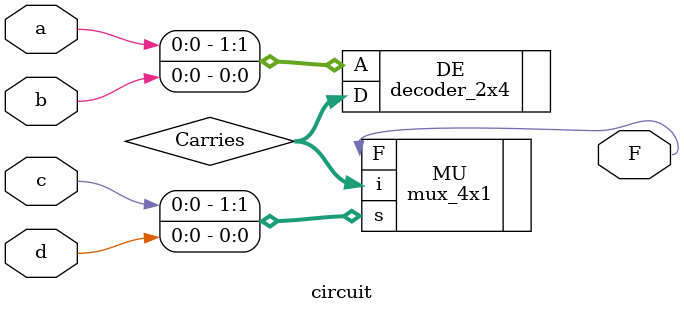
<source format=v>
`timescale 1ns / 1ps

`include "dec.v"
`include "mu.v"
module circuit(
    input a,
    input b,
    input c,
    input d,
    output F
);
    wire [3:0] Carries;    
    decoder_2x4 DE(.A({a,b}), .D(Carries));
    mux_4x1 MU(.i(Carries), .s({c,d}), .F(F));
endmodule


















</source>
